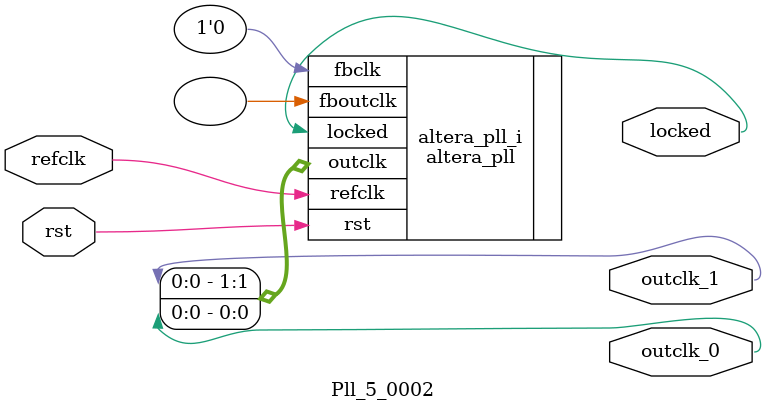
<source format=v>
`timescale 1ns/10ps
module  Pll_5_0002(

	// interface 'refclk'
	input wire refclk,

	// interface 'reset'
	input wire rst,

	// interface 'outclk0'
	output wire outclk_0,

	// interface 'outclk1'
	output wire outclk_1,

	// interface 'locked'
	output wire locked
);

	altera_pll #(
		.fractional_vco_multiplier("false"),
		.reference_clock_frequency("100.0 MHz"),
		.operation_mode("direct"),
		.number_of_clocks(2),
		.output_clock_frequency0("43.200000 MHz"),
		.phase_shift0("0 ps"),
		.duty_cycle0(50),
		.output_clock_frequency1("27.000000 MHz"),
		.phase_shift1("0 ps"),
		.duty_cycle1(50),
		.output_clock_frequency2("0 MHz"),
		.phase_shift2("0 ps"),
		.duty_cycle2(50),
		.output_clock_frequency3("0 MHz"),
		.phase_shift3("0 ps"),
		.duty_cycle3(50),
		.output_clock_frequency4("0 MHz"),
		.phase_shift4("0 ps"),
		.duty_cycle4(50),
		.output_clock_frequency5("0 MHz"),
		.phase_shift5("0 ps"),
		.duty_cycle5(50),
		.output_clock_frequency6("0 MHz"),
		.phase_shift6("0 ps"),
		.duty_cycle6(50),
		.output_clock_frequency7("0 MHz"),
		.phase_shift7("0 ps"),
		.duty_cycle7(50),
		.output_clock_frequency8("0 MHz"),
		.phase_shift8("0 ps"),
		.duty_cycle8(50),
		.output_clock_frequency9("0 MHz"),
		.phase_shift9("0 ps"),
		.duty_cycle9(50),
		.output_clock_frequency10("0 MHz"),
		.phase_shift10("0 ps"),
		.duty_cycle10(50),
		.output_clock_frequency11("0 MHz"),
		.phase_shift11("0 ps"),
		.duty_cycle11(50),
		.output_clock_frequency12("0 MHz"),
		.phase_shift12("0 ps"),
		.duty_cycle12(50),
		.output_clock_frequency13("0 MHz"),
		.phase_shift13("0 ps"),
		.duty_cycle13(50),
		.output_clock_frequency14("0 MHz"),
		.phase_shift14("0 ps"),
		.duty_cycle14(50),
		.output_clock_frequency15("0 MHz"),
		.phase_shift15("0 ps"),
		.duty_cycle15(50),
		.output_clock_frequency16("0 MHz"),
		.phase_shift16("0 ps"),
		.duty_cycle16(50),
		.output_clock_frequency17("0 MHz"),
		.phase_shift17("0 ps"),
		.duty_cycle17(50),
		.pll_type("General"),
		.pll_subtype("General")
	) altera_pll_i (
		.rst	(rst),
		.outclk	({outclk_1, outclk_0}),
		.locked	(locked),
		.fboutclk	( ),
		.fbclk	(1'b0),
		.refclk	(refclk)
	);
endmodule


</source>
